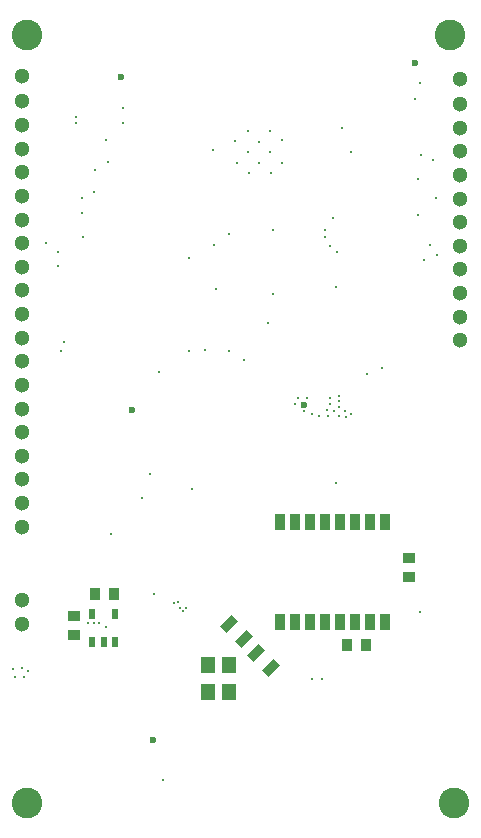
<source format=gbs>
G04*
G04 #@! TF.GenerationSoftware,Altium Limited,Altium Designer,22.1.2 (22)*
G04*
G04 Layer_Color=16711935*
%FSLAX25Y25*%
%MOIN*%
G70*
G04*
G04 #@! TF.SameCoordinates,E6BCAF42-7E50-4797-BEDC-23F1F838AA05*
G04*
G04*
G04 #@! TF.FilePolarity,Negative*
G04*
G01*
G75*
%ADD37R,0.03937X0.03543*%
%ADD38R,0.03543X0.03937*%
%ADD52C,0.05118*%
%ADD53C,0.01181*%
%ADD54C,0.10236*%
%ADD55C,0.02362*%
%ADD68R,0.03543X0.05512*%
%ADD69R,0.04724X0.05512*%
G04:AMPARAMS|DCode=70|XSize=55.12mil|YSize=31.5mil|CornerRadius=0mil|HoleSize=0mil|Usage=FLASHONLY|Rotation=45.000|XOffset=0mil|YOffset=0mil|HoleType=Round|Shape=Rectangle|*
%AMROTATEDRECTD70*
4,1,4,-0.00835,-0.03062,-0.03062,-0.00835,0.00835,0.03062,0.03062,0.00835,-0.00835,-0.03062,0.0*
%
%ADD70ROTATEDRECTD70*%

%ADD71R,0.02362X0.03347*%
D37*
X135500Y91150D02*
D03*
Y84850D02*
D03*
X23573Y71650D02*
D03*
Y65350D02*
D03*
D38*
X114850Y62000D02*
D03*
X121150D02*
D03*
X37110Y79000D02*
D03*
X30811D02*
D03*
D52*
X6500Y77000D02*
D03*
Y69205D02*
D03*
Y101516D02*
D03*
Y109390D02*
D03*
Y117264D02*
D03*
Y125138D02*
D03*
Y133012D02*
D03*
Y140886D02*
D03*
Y148760D02*
D03*
Y156634D02*
D03*
Y164508D02*
D03*
Y172382D02*
D03*
Y180256D02*
D03*
Y188130D02*
D03*
Y196004D02*
D03*
Y203878D02*
D03*
Y211752D02*
D03*
Y219626D02*
D03*
Y227500D02*
D03*
Y235374D02*
D03*
Y243248D02*
D03*
Y251634D02*
D03*
X152500Y163630D02*
D03*
Y171504D02*
D03*
Y179378D02*
D03*
Y187252D02*
D03*
Y195126D02*
D03*
Y203000D02*
D03*
Y210874D02*
D03*
Y218748D02*
D03*
Y226622D02*
D03*
Y234496D02*
D03*
Y242370D02*
D03*
Y250756D02*
D03*
D53*
X49000Y119000D02*
D03*
X81885Y226337D02*
D03*
X81898Y219228D02*
D03*
X89299Y219346D02*
D03*
X93118Y230252D02*
D03*
X85402Y222772D02*
D03*
X85283Y229740D02*
D03*
X81779Y233480D02*
D03*
X93118Y222772D02*
D03*
X89142Y226236D02*
D03*
X77527Y229898D02*
D03*
X78118Y222811D02*
D03*
X89181Y233362D02*
D03*
X106347Y50873D02*
D03*
X103123Y50857D02*
D03*
X98500Y144500D02*
D03*
X97500Y142500D02*
D03*
X100500Y140000D02*
D03*
X88500Y169500D02*
D03*
X14500Y196000D02*
D03*
X24500Y236000D02*
D03*
X139000Y249500D02*
D03*
X137500Y244000D02*
D03*
X143500Y223606D02*
D03*
X138500Y217500D02*
D03*
X144500Y211000D02*
D03*
X138500Y205500D02*
D03*
X53500Y17000D02*
D03*
X36000Y99000D02*
D03*
X80500Y157000D02*
D03*
X111000Y116000D02*
D03*
X59000Y74500D02*
D03*
X60000Y73500D02*
D03*
X58500Y76500D02*
D03*
X57000Y76000D02*
D03*
X61000Y74500D02*
D03*
X50495Y79000D02*
D03*
X112000Y145000D02*
D03*
X109000Y142500D02*
D03*
X112000Y138500D02*
D03*
Y141500D02*
D03*
X108000Y140500D02*
D03*
X110500Y140000D02*
D03*
X112000Y143500D02*
D03*
X109000Y144500D02*
D03*
X46500Y111000D02*
D03*
X63000Y114000D02*
D03*
X144606Y191903D02*
D03*
X142500Y195442D02*
D03*
X140394Y190500D02*
D03*
X113000Y234500D02*
D03*
X110000Y204500D02*
D03*
X109000Y195000D02*
D03*
X111500Y193000D02*
D03*
X116000Y226500D02*
D03*
X111014Y181514D02*
D03*
X121500Y152500D02*
D03*
X107500Y200500D02*
D03*
X34500Y68000D02*
D03*
X32000Y69500D02*
D03*
X30500D02*
D03*
X28500D02*
D03*
X4000Y51500D02*
D03*
X7000D02*
D03*
X8500Y53500D02*
D03*
X6500Y54500D02*
D03*
X3500Y54000D02*
D03*
X139000Y73000D02*
D03*
X75500Y199000D02*
D03*
X101500Y144500D02*
D03*
X103000Y139000D02*
D03*
X114500Y138000D02*
D03*
X116000Y139000D02*
D03*
X114000Y140000D02*
D03*
X108500Y138500D02*
D03*
X105500D02*
D03*
X39925Y240925D02*
D03*
Y235925D02*
D03*
X52000Y153000D02*
D03*
X126500Y154500D02*
D03*
X107500Y198000D02*
D03*
X62000Y160000D02*
D03*
X75500D02*
D03*
X67500Y160500D02*
D03*
X62000Y191000D02*
D03*
X70500Y195500D02*
D03*
X71081Y180665D02*
D03*
X90000Y200500D02*
D03*
X26606Y198004D02*
D03*
X90000Y179000D02*
D03*
X70000Y227000D02*
D03*
X24500Y238000D02*
D03*
X139500Y225500D02*
D03*
X19500Y160000D02*
D03*
X18500Y188500D02*
D03*
Y193000D02*
D03*
X20500Y163000D02*
D03*
X26500Y211000D02*
D03*
X30500Y213039D02*
D03*
X26500Y206000D02*
D03*
X30736Y220236D02*
D03*
X35000Y223000D02*
D03*
X34500Y230500D02*
D03*
D54*
X8000Y9500D02*
D03*
X150500D02*
D03*
X149000Y265500D02*
D03*
X8000D02*
D03*
D55*
X43000Y140500D02*
D03*
X50000Y30500D02*
D03*
X137500Y256000D02*
D03*
X100500Y142000D02*
D03*
X39239Y251500D02*
D03*
D68*
X127339Y103045D02*
D03*
X122339D02*
D03*
X117339D02*
D03*
X112339D02*
D03*
X107339D02*
D03*
X102339D02*
D03*
X97339D02*
D03*
X92339D02*
D03*
Y69581D02*
D03*
X97339D02*
D03*
X102339D02*
D03*
X107339D02*
D03*
X112339D02*
D03*
X117339D02*
D03*
X122339D02*
D03*
X127339D02*
D03*
D69*
X75543Y46472D02*
D03*
Y55528D02*
D03*
X68457Y46472D02*
D03*
Y55528D02*
D03*
D70*
X75494Y69006D02*
D03*
X80506Y63994D02*
D03*
X89505Y54495D02*
D03*
X84495Y59505D02*
D03*
D71*
X37315Y63187D02*
D03*
X33575D02*
D03*
X29835D02*
D03*
X37315Y72439D02*
D03*
X29835D02*
D03*
M02*

</source>
